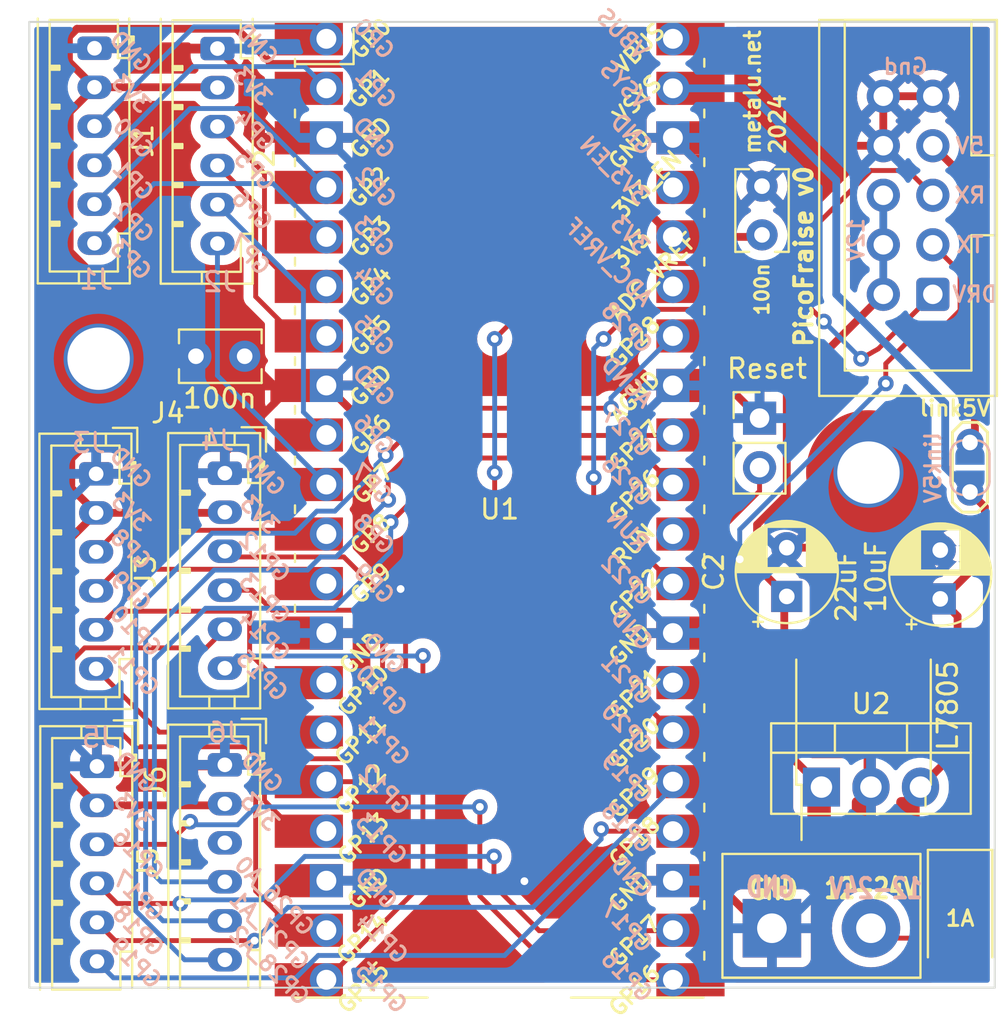
<source format=kicad_pcb>
(kicad_pcb (version 20221018) (generator pcbnew)
  (layers (0 "F.Cu" signal) (31 "B.Cu" signal) (34 "B.Paste" user) (35 "F.Paste" user) (36 "B.SilkS" user "B.Silkscreen") (37 "F.SilkS" user "F.Silkscreen") (38 "B.Mask" user) (39 "F.Mask" user) (44 "Edge.Cuts" user))
  (net 0 "")
  (net 1 "+12V")
  (net 2 "+5V")
  (net 3 "Net-(D1-A)")
  (net 4 "/DRV")
  (net 8 "/TX")
  (net 9 "/RX")
  (net 10 "Net-(J7-Pin_2)")
  (net 11 "Net-(FR1-Pin_7)")
  (net 12 "Net-(J1-Pin_3)")
  (net 13 "Net-(J1-Pin_4)")
  (net 14 "Net-(J1-Pin_5)")
  (net 15 "Net-(J1-Pin_6)")
  (net 16 "Net-(J2-Pin_3)")
  (net 17 "Net-(J2-Pin_4)")
  (net 18 "Net-(J2-Pin_5)")
  (net 19 "Net-(J2-Pin_6)")
  (net 20 "Net-(J3-Pin_3)")
  (net 21 "Net-(J3-Pin_4)")
  (net 22 "Net-(J3-Pin_5)")
  (net 23 "Net-(J3-Pin_6)")
  (net 24 "+3.3V")
  (net 25 "GND")
  (net 26 "Net-(J4-Pin_3)")
  (net 27 "Net-(J4-Pin_4)")
  (net 28 "Net-(J4-Pin_5)")
  (net 29 "Net-(J4-Pin_6)")
  (net 30 "Net-(J5-Pin_6)")
  (net 31 "Net-(J5-Pin_5)")
  (net 32 "Net-(J5-Pin_4)")
  (net 33 "Net-(J5-Pin_3)")
  (net 35 "Net-(J6-Pin_4)")
  (net 36 "Net-(J6-Pin_5)")
  (net 37 "Net-(J6-Pin_6)")
  (footprint "Connector_JST:JST_PH_B6B-PH-K_1x06_P2.00mm_Vertical" (layer "F.Cu") (at 117.644 64.85 -90)
    (fp_text reference "J1")
    (fp_text value "Conn_01x06")
  )
  (footprint "Connector_JST:JST_PH_B6B-PH-K_1x06_P2.00mm_Vertical" (layer "F.Cu") (at 117.729 86.678 -90)
    (fp_text reference "J3")
    (fp_text value "Conn_01x06" hide)
  )
  (footprint "Connector_JST:JST_PH_B6B-PH-K_1x06_P2.00mm_Vertical" (layer "F.Cu") (at 124.333 101.601 -90)
    (fp_text reference "J6")
    (fp_text value "Conn_01x06")
  )
  (footprint "Connector_JST:JST_PH_B6B-PH-K_1x06_P2.00mm_Vertical" (layer "F.Cu") (at 124.333 86.646 -90)
    (fp_text reference "J4")
    (fp_text value "Conn_01x06")
  )
  (footprint "TerminalBlock:TerminalBlock_bornier-2_P5.08mm" (layer "F.Cu") (at 152.4 109.982)
    (fp_text reference "J8" hide)
    (fp_text value "12-24V input" hide)
  )
  (footprint "Connector_JST:JST_PH_B6B-PH-K_1x06_P2.00mm_Vertical" (layer "F.Cu") (at 123.952 64.866 -90)
    (fp_text reference "J2")
    (fp_text value "Conn_01x06")
  )
  (footprint "Package_TO_SOT_SMD:TO-252-3_TabPin2" (layer "F.Cu") (at 157.099 99.314 90)
    (fp_text reference "Ubis2" hide)
    (fp_text value "L7805")
  )
  (footprint "MountingHole:MountingHole_3.2mm_M3_Pad_TopOnly" (layer "F.Cu") (at 117.856 80.772)
    (fp_text reference "H1" hide)
    (fp_text value "MountingHole" hide)
  )
  (footprint "Capacitor_THT:C_Rect_L4.0mm_W2.5mm_P2.50mm" (layer "F.Cu") (at 151.892 74.422 90)
    (fp_text reference "C1" hide)
    (fp_text value "100n")
  )
  (footprint "Capacitor_THT:CP_Radial_D5.0mm_P2.50mm" (layer "F.Cu") (at 153.162 92.964 90)
    (fp_text reference "C2")
    (fp_text value "22uF")
  )
  (footprint "Connector_PinHeader_2.54mm:PinHeader_1x02_P2.54mm_Vertical" (layer "F.Cu") (at 151.765 83.82)
    (fp_text reference "J7" hide)
    (fp_text value "Reset")
  )
  (footprint "TestPoint:TestPoint_2Pads_Pitch2.54mm_Drill0.8mm" (layer "F.Cu") (at 162.56 87.61 90)
    (fp_text reference "JP2" hide)
    (fp_text value "link5V")
  )
  (footprint "MCU_RaspberryPi_and_Boards:RPi_Pico_SMD_TH" (layer "F.Cu") (at 138.43 88.495)
    (fp_text reference "U1")
    (fp_text value "Pico")
  )
  (footprint "Diode_SMD:D_SMA" (layer "F.Cu") (at 162.052 109.474 -90)
    (fp_text reference "D1" hide)
    (fp_text value "1A")
  )
  (footprint "Capacitor_THT:C_Rect_L4.0mm_W2.5mm_P2.50mm" (layer "F.Cu") (at 122.849 80.645)
    (fp_text reference "C4" hide)
    (fp_text value "100n")
  )
  (footprint "MountingHole:MountingHole_3.2mm_M3_Pad_TopOnly" (layer "F.Cu") (at 157.353 86.614)
    (fp_text reference "H2" hide)
    (fp_text value "MountingHole" hide)
  )
  (footprint "Capacitor_THT:CP_Radial_D5.0mm_P2.50mm" (layer "F.Cu") (at 161.036 93.091 90)
    (fp_text reference "C3" hide)
    (fp_text value "10uF")
  )
  (footprint "Package_TO_SOT_THT:TO-220-3_Vertical" (layer "F.Cu") (at 154.94 102.743)
    (fp_text reference "U2")
    (fp_text value "L7805" hide)
  )
  (footprint "Connector_JST:JST_PH_B6B-PH-K_1x06_P2.00mm_Vertical" (layer "F.Cu") (at 117.771 101.68 -90)
    (fp_text reference "J5")
    (fp_text value "Conn_01x06" hide)
  )
  (footprint "Connector_IDC:IDC-Header_2x05_P2.54mm_Vertical" (layer "F.Cu") (at 160.655 77.47 180)
    (fp_text reference "FR1" hide)
    (fp_text value "Fraise_5x2" hide)
  )
  (footprint "Jumper:SolderJumper-2_P1.3mm_Open_RoundedPad1.0x1.5mm" (layer "B.Cu") (at 162.56 86.36 90)
    (fp_text reference "JP1" hide)
    (fp_text value "link5V")
  )
  (gr_line (start 163.83 113.03) (end 114.3 113.03) (stroke (width 0.1)) (layer "Edge.Cuts"))
  (gr_line (start 114.3 63.5) (end 163.83 63.5) (stroke (width 0.1)) (layer "Edge.Cuts"))
  (gr_line (start 163.83 63.5) (end 163.83 113.03) (stroke (width 0.1)) (layer "Edge.Cuts"))
  (gr_line (start 114.3 113.03) (end 114.3 63.5) (stroke (width 0.1)) (layer "Edge.Cuts"))
  (gr_text "GND" (at 119.507 65.024 -45) (layer "B.SilkS") (effects (font (size 0.8 0.8)) (justify mirror)))
  (gr_text "3V3" (at 119.507 88.646 -45) (layer "B.SilkS") (effects (font (size 0.8 0.8)) (justify mirror)))
  (gr_text "GP1" (at 119.634 71.628 -45) (layer "B.SilkS") (effects (font (size 0.8 0.8)) (justify mirror)))
  (gr_text "GP14" (at 126.365 94.996 -45) (layer "B.SilkS") (effects (font (size 0.8 0.8)) (justify mirror)))
  (gr_text "GP0" (at 119.634 69.469 -45) (layer "B.SilkS") (effects (font (size 0.8 0.8)) (justify mirror)))
  (gr_text "GP10" (at 119.761 94.742 -45) (layer "B.SilkS") (effects (font (size 0.8 0.8)) (justify mirror)))
  (gr_text "5V" (at 162.56 69.85) (layer "B.SilkS") (effects (font (size 0.8 0.8)) (justify mirror)))
  (gr_text "GP17" (at 119.888 108.331 -45) (layer "B.SilkS") (effects (font (size 0.8 0.8)) (justify mirror)))
  (gr_text "J3" (at 117.348 85.09) (layer "B.SilkS") (effects (font (size 1 1)) (justify mirror)))
  (gr_text "GP5" (at 125.857 71.12 -45) (layer "B.SilkS") (effects (font (size 0.8 0.8)) (justify mirror)))
  (gr_text "3V3" (at 126.111 104.013 -45) (layer "B.SilkS") (effects (font (size 0.8 0.8)) (justify mirror)))
  (gr_text "GP3" (at 119.507 75.692 -45) (layer "B.SilkS") (effects (font (size 0.8 0.8)) (justify mirror)))
  (gr_text "GP18" (at 119.888 110.109 -45) (layer "B.SilkS") (effects (font (size 0.8 0.8)) (justify mirror)))
  (gr_text "J2" (at 124.079 76.835) (layer "B.SilkS") (effects (font (size 1 1)) (justify mirror)))
  (gr_text "GP8" (at 119.507 90.551 -45) (layer "B.SilkS") (effects (font (size 0.8 0.8)) (justify mirror)))
  (gr_text "GP7" (at 125.603 75.438 -45) (layer "B.SilkS") (effects (font (size 0.8 0.8)) (justify mirror)))
  (gr_text "J5" (at 117.856 100.203) (layer "B.SilkS") (effects (font (size 1 1)) (justify mirror)))
  (gr_text "GP12" (at 126.365 90.932 -45) (layer "B.SilkS") (effects (font (size 0.8 0.8)) (justify mirror)))
  (gr_text "Gnd" (at 159.258 65.786) (layer "B.SilkS") (effects (font (size 0.8 0.8)) (justify mirror)))
  (gr_text "TX" (at 162.56 74.93) (layer "B.SilkS") (effects (font (size 0.8 0.8)) (justify mirror)))
  (gr_text "12V" (at 156.718 74.676 90) (layer "B.SilkS") (effects (font (size 0.8 0.8)) (justify mirror)))
  (gr_text "RX" (at 162.56 72.39) (layer "B.SilkS") (effects (font (size 0.8 0.8)) (justify mirror)))
  (gr_text "GP16" (at 119.888 106.172 -45) (layer "B.SilkS") (effects (font (size 0.8 0.8)) (justify mirror)))
  (gr_text "GP2" (at 119.634 73.787 -45) (layer "B.SilkS") (effects (font (size 0.8 0.8)) (justify mirror)))
  (gr_text "GP15" (at 126.238 97.028 -45) (layer "B.SilkS") (effects (font (size 0.8 0.8)) (justify mirror)))
  (gr_text "J1" (at 117.729 76.708) (layer "B.SilkS") (effects (font (size 1 1)) (justify mirror)))
  (gr_text "J4" (at 123.952 84.963) (layer "B.SilkS") (effects (font (size 1 1)) (justify mirror)))
  (gr_text "GP27_A1" (at 126.619 110.109 315) (layer "B.SilkS") (effects (font (size 0.8 0.8)) (justify mirror)))
  (gr_text "GP19" (at 119.761 111.76 -45) (layer "B.SilkS") (effects (font (size 0.8 0.8)) (justify mirror)))
  (gr_text "DRV" (at 162.814 77.47) (layer "B.SilkS") (effects (font (size 0.8 0.8)) (justify mirror)))
  (gr_text "3V3" (at 119.634 104.013 -45) (layer "B.SilkS") (effects (font (size 0.8 0.8)) (justify mirror)))
  (gr_text "GP13" (at 126.365 93.091 -45) (layer "B.SilkS") (effects (font (size 0.8 0.8)) (justify mirror)))
  (gr_text "GP11" (at 119.634 96.774 -45) (layer "B.SilkS") (effects (font (size 0.8 0.8)) (justify mirror)))
  (gr_text "GP28_A2" (at 126.619 111.887 315) (layer "B.SilkS") (effects (font (size 0.8 0.8)) (justify mirror)))
  (gr_text "GP9" (at 119.507 92.71 -45) (layer "B.SilkS") (effects (font (size 0.8 0.8)) (justify mirror)))
  (gr_text "GND" (at 126.365 86.741 -45) (layer "B.SilkS") (effects (font (size 0.8 0.8)) (justify mirror)))
  (gr_text "GND" (at 153.67 108.458) (layer "B.SilkS") (effects (font (size 1 0.8) (thickness 0.2) bold) (justify left bottom mirror)))
  (gr_text "3V3" (at 119.507 67.183 -45) (layer "B.SilkS") (effects (font (size 0.8 0.8)) (justify mirror)))
  (gr_text "3V3" (at 126.111 88.773 -45) (layer "B.SilkS") (effects (font (size 0.8 0.8)) (justify mirror)))
  (gr_text "GND" (at 119.507 86.36 -45) (layer "B.SilkS") (effects (font (size 0.8 0.8)) (justify mirror)))
  (gr_text "GND" (at 126.238 101.981 -45) (layer "B.SilkS") (effects (font (size 0.8 0.8)) (justify mirror)))
  (gr_text "J6" (at 124.333 99.949) (layer "B.SilkS") (effects (font (size 1 1)) (justify mirror)))
  (gr_text "12-24V" (at 157.734 107.95) (layer "B.SilkS") (effects (font (size 1 0.8) (thickness 0.2) bold) (justify mirror)))
  (gr_text "3V3" (at 125.73 66.802 -45) (layer "B.SilkS") (effects (font (size 0.8 0.8)) (justify mirror)))
  (gr_text "GND" (at 119.761 101.981 -45) (layer "B.SilkS") (effects (font (size 0.8 0.8)) (justify mirror)))
  (gr_text "GP6" (at 125.73 73.152 -45) (layer "B.SilkS") (effects (font (size 0.8 0.8)) (justify mirror)))
  (gr_text "GND" (at 125.984 64.643 -45) (layer "B.SilkS") (effects (font (size 0.8 0.8)) (justify mirror)))
  (gr_text "GP4" (at 125.857 69.088 -45) (layer "B.SilkS") (effects (font (size 0.8 0.8)) (justify mirror)))
  (gr_text "GP26_A0" (at 126.873 108.331 315) (layer "B.SilkS") (effects (font (size 0.8 0.8)) (justify mirror)))
  (gr_text "PicoFraise v0" (at 154.559 80.264 90) (layer "F.SilkS") (effects (font (size 0.9 0.9) (thickness 0.2) bold) (justify left bottom)))
  (gr_text "12-24V" (at 157.48 107.95) (layer "F.SilkS") (effects (font (size 1 0.8) (thickness 0.2) bold)))
  (gr_text "GND" (at 151.13 108.585) (layer "F.SilkS") (effects (font (size 1 0.8) (thickness 0.2) bold) (justify left bottom)))
  (gr_text "metalu.net\n2024" (at 153.162 70.358 90) (layer "F.SilkS") (effects (font (size 0.8 0.8) (thickness 0.15) bold) (justify left bottom)))
  (segment (start 158.115 77.47) (end 153.162 82.423) (width 0.4) (layer "F.Cu") (net 1))
  (segment (start 151.638 89.281) (end 151.638 91.44) (width 0.4) (layer "F.Cu") (net 1))
  (segment (start 153.162 82.423) (end 153.162 87.757) (width 0.4) (layer "F.Cu") (net 1))
  (segment (start 151.638 91.44) (end 153.162 92.964) (width 0.4) (layer "F.Cu") (net 1))
  (segment (start 153.035 93.091) (end 153.035 100.838) (width 0.4) (layer "F.Cu") (net 1))
  (segment (start 157.939 107.474) (end 155.2 104.735) (width 0.4) (layer "F.Cu") (net 1))
  (segment (start 153.162 92.964) (end 153.035 93.091) (width 0.4) (layer "F.Cu") (net 1))
  (segment (start 153.035 100.838) (end 154.94 102.743) (width 0.4) (layer "F.Cu") (net 1))
  (segment (start 153.162 87.757) (end 151.638 89.281) (width 0.4) (layer "F.Cu") (net 1))
  (segment (start 162.052 107.474) (end 157.939 107.474) (width 0.4) (layer "F.Cu") (net 1))
  (segment (start 158.115 74.93) (end 158.115 72.39) (width 0.4) (layer "B.Cu") (net 1))
  (segment (start 158.115 77.47) (end 158.115 74.93) (width 0.4) (layer "B.Cu") (net 1))
  (segment (start 161.163 93.091) (end 161.036 93.091) (width 0.4) (layer "F.Cu") (net 2))
  (segment (start 161.036 93.091) (end 161.925 93.98) (width 0.4) (layer "F.Cu") (net 2))
  (segment (start 161.925 93.98) (end 161.925 100.838) (width 0.4) (layer "F.Cu") (net 2))
  (segment (start 163.322 88.372) (end 163.322 90.932) (width 0.4) (layer "F.Cu") (net 2))
  (segment (start 163.322 90.932) (end 161.163 93.091) (width 0.4) (layer "F.Cu") (net 2))
  (segment (start 162.56 87.61) (end 163.322 88.372) (width 0.4) (layer "F.Cu") (net 2))
  (segment (start 161.925 100.838) (end 160.02 102.743) (width 0.4) (layer "F.Cu") (net 2))
  (segment (start 150.979 66.905) (end 155.702 71.628) (width 0.4) (layer "B.Cu") (net 2))
  (segment (start 161.29 86.34) (end 162.56 87.61) (width 0.4) (layer "B.Cu") (net 2))
  (segment (start 161.29 83.058) (end 161.29 86.34) (width 0.4) (layer "B.Cu") (net 2))
  (segment (start 155.702 77.47) (end 161.29 83.058) (width 0.4) (layer "B.Cu") (net 2))
  (segment (start 147.32 66.905) (end 150.979 66.905) (width 0.4) (layer "B.Cu") (net 2))
  (segment (start 155.702 71.628) (end 155.702 77.47) (width 0.4) (layer "B.Cu") (net 2))
  (segment (start 157.988 110.49) (end 161.068 110.49) (width 0.25) (layer "F.Cu") (net 3))
  (segment (start 157.48 109.982) (end 157.988 110.49) (width 0.25) (layer "F.Cu") (net 3))
  (segment (start 161.068 110.49) (end 162.052 111.474) (width 0.25) (layer "F.Cu") (net 3))
  (segment (start 147.32 92.305) (end 143.256 88.241) (width 0.25) (layer "F.Cu") (net 4))
  (segment (start 157.861 80.264) (end 160.655 77.47) (width 0.25) (layer "F.Cu") (net 4))
  (segment (start 154.44 78.24) (end 145.28 78.24) (width 0.25) (layer "F.Cu") (net 4))
  (segment (start 143.256 88.241) (end 143.256 86.868) (width 0.25) (layer "F.Cu") (net 4))
  (segment (start 155.067 78.867) (end 154.44 78.24) (width 0.25) (layer "F.Cu") (net 4))
  (segment (start 156.972 80.772) (end 157.861 80.264) (width 0.25) (layer "F.Cu") (net 4))
  (segment (start 145.28 78.24) (end 143.764 79.756) (width 0.25) (layer "F.Cu") (net 4))
  (via (at 143.764 79.756) (size 0.8) (drill 0.4) (layers "F.Cu" "B.Cu") (net 4))
  (via (at 143.256 86.868) (size 0.8) (drill 0.4) (layers "F.Cu" "B.Cu") (net 4))
  (via (at 155.067 78.867) (size 0.8) (drill 0.4) (layers "F.Cu" "B.Cu") (net 4))
  (via (at 156.972 80.772) (size 0.8) (drill 0.4) (layers "F.Cu" "B.Cu") (net 4))
  (segment (start 143.256 80.264) (end 143.764 79.756) (width 0.25) (layer "B.Cu") (net 4))
  (segment (start 155.067 78.867) (end 156.972 80.772) (width 0.25) (layer "B.Cu") (net 4))
  (segment (start 143.256 86.868) (end 143.256 80.264) (width 0.25) (layer "B.Cu") (net 4))
  (segment (start 150.876 91.186) (end 150.876 95.439) (width 0.25) (layer "F.Cu") (net 8))
  (segment (start 150.749 91.059) (end 150.876 91.186) (width 0.25) (layer "F.Cu") (net 8))
  (segment (start 162.052 78.28955) (end 162.052 76.327) (width 0.25) (layer "F.Cu") (net 8))
  (segment (start 162.052 76.327) (end 160.655 74.93) (width 0.25) (layer "F.Cu") (net 8))
  (segment (start 158.242 81.026) (end 160.274 78.994) (width 0.25) (layer "F.Cu") (net 8))
  (segment (start 150.876 95.439) (end 148.93 97.385) (width 0.25) (layer "F.Cu") (net 8))
  (segment (start 161.34755 78.994) (end 162.052 78.28955) (width 0.25) (layer "F.Cu") (net 8))
  (segment (start 148.93 97.385) (end 147.32 97.385) (width 0.25) (layer "F.Cu") (net 8))
  (segment (start 158.242 82.042) (end 158.242 81.026) (width 0.25) (layer "F.Cu") (net 8))
  (segment (start 160.274 78.994) (end 161.34755 78.994) (width 0.25) (layer "F.Cu") (net 8))
  (via (at 150.749 91.059) (size 0.8) (drill 0.4) (layers "F.Cu" "B.Cu") (net 8))
  (via (at 158.242 82.042) (size 0.8) (drill 0.4) (layers "F.Cu" "B.Cu") (net 8))
  (segment (start 150.749 91.059) (end 150.749 89.535) (width 0.25) (layer "B.Cu") (net 8))
  (segment (start 150.749 89.535) (end 158.242 82.042) (width 0.25) (layer "B.Cu") (net 8))
  (segment (start 147.32 99.925) (end 138.176 90.781) (width 0.25) (layer "F.Cu") (net 9))
  (segment (start 142.042 75.89) (end 152.71 75.89) (width 0.25) (layer "F.Cu") (net 9))
  (segment (start 159.385 71.12) (end 160.655 72.39) (width 0.25) (layer "F.Cu") (net 9))
  (segment (start 152.71 75.89) (end 157.48 71.12) (width 0.25) (layer "F.Cu") (net 9))
  (segment (start 138.176 90.781) (end 138.176 86.614) (width 0.25) (layer "F.Cu") (net 9))
  (segment (start 157.48 71.12) (end 159.385 71.12) (width 0.25) (layer "F.Cu") (net 9))
  (segment (start 138.176 79.756) (end 142.042 75.89) (width 0.25) (layer "F.Cu") (net 9))
  (via (at 138.176 86.614) (size 0.8) (drill 0.4) (layers "F.Cu" "B.Cu") (net 9))
  (via (at 138.176 79.756) (size 0.8) (drill 0.4) (layers "F.Cu" "B.Cu") (net 9))
  (segment (start 138.176 86.614) (end 138.176 79.756) (width 0.25) (layer "B.Cu") (net 9))
  (segment (start 151.765 87.562081) (end 149.562081 89.765) (width 0.25) (layer "F.Cu") (net 10))
  (segment (start 151.765 86.36) (end 151.765 87.562081) (width 0.25) (layer "F.Cu") (net 10))
  (segment (start 149.562081 89.765) (end 147.32 89.765) (width 0.25) (layer "F.Cu") (net 10))
  (segment (start 160.655 69.85) (end 162.814 72.009) (width 0.4) (layer "F.Cu") (net 11))
  (segment (start 162.814 72.009) (end 162.814 84.816) (width 0.4) (layer "F.Cu") (net 11))
  (segment (start 162.814 84.816) (end 162.56 85.07) (width 0.4) (layer "F.Cu") (net 11))
  (segment (start 128.929 63.754) (end 129.54 64.365) (width 0.25) (layer "B.Cu") (net 12))
  (segment (start 122.74 63.754) (end 128.929 63.754) (width 0.25) (layer "B.Cu") (net 12))
  (segment (start 117.644 68.85) (end 122.74 63.754) (width 0.25) (layer "B.Cu") (net 12))
  (segment (start 117.644 70.85) (end 122.703 65.791) (width 0.25) (layer "B.Cu") (net 13))
  (segment (start 128.426 65.791) (end 129.54 66.905) (width 0.25) (layer "B.Cu") (net 13))
  (segment (start 122.703 65.791) (end 128.426 65.791) (width 0.25) (layer "B.Cu") (net 13))
  (segment (start 122.553 67.941) (end 125.496 67.941) (width 0.25) (layer "B.Cu") (net 14))
  (segment (start 117.644 72.85) (end 122.553 67.941) (width 0.25) (layer "B.Cu") (net 14))
  (segment (start 125.496 67.941) (end 129.54 71.985) (width 0.25) (layer "B.Cu") (net 14))
  (segment (start 120.703 71.791) (end 126.806 71.791) (width 0.25) (layer "B.Cu") (net 15))
  (segment (start 117.644 74.85) (end 120.703 71.791) (width 0.25) (layer "B.Cu") (net 15))
  (segment (start 126.806 71.791) (end 129.54 74.525) (width 0.25) (layer "B.Cu") (net 15))
  (segment (start 126.365 71.279) (end 126.365 75.5) (width 0.25) (layer "F.Cu") (net 16))
  (segment (start 126.365 75.5) (end 127.93 77.065) (width 0.25) (layer "F.Cu") (net 16))
  (segment (start 123.952 68.866) (end 126.365 71.279) (width 0.25) (layer "F.Cu") (net 16))
  (segment (start 127.93 77.065) (end 129.54 77.065) (width 0.25) (layer "F.Cu") (net 16))
  (segment (start 127.93 79.605) (end 129.54 79.605) (width 0.25) (layer "F.Cu") (net 17))
  (segment (start 125.915 77.59) (end 127.93 79.605) (width 0.25) (layer "F.Cu") (net 17))
  (segment (start 125.915 72.829) (end 125.915 77.59) (width 0.25) (layer "F.Cu") (net 17))
  (segment (start 123.952 70.866) (end 125.915 72.829) (width 0.25) (layer "F.Cu") (net 17))
  (segment (start 128.365 83.51) (end 129.54 84.685) (width 0.25) (layer "B.Cu") (net 18))
  (segment (start 123.952 72.866) (end 128.365 77.279) (width 0.25) (layer "B.Cu") (net 18))
  (segment (start 128.365 77.279) (end 128.365 83.51) (width 0.25) (layer "B.Cu") (net 18))
  (segment (start 123.952 81.637) (end 129.54 87.225) (width 0.25) (layer "B.Cu") (net 19))
  (segment (start 123.952 74.866) (end 123.952 81.637) (width 0.25) (layer "B.Cu") (net 19))
  (segment (start 118.836 89.571) (end 129.346 89.571) (width 0.25) (layer "F.Cu") (net 20))
  (segment (start 129.346 89.571) (end 129.54 89.765) (width 0.25) (layer "F.Cu") (net 20))
  (segment (start 117.729 90.678) (end 118.836 89.571) (width 0.25) (layer "F.Cu") (net 20))
  (segment (start 127.23 89.765) (end 129.54 89.765) (width 0.25) (layer "F.Cu") (net 20))
  (segment (start 118.836 91.571) (end 128.806 91.571) (width 0.25) (layer "F.Cu") (net 21))
  (segment (start 128.806 91.571) (end 129.54 92.305) (width 0.25) (layer "F.Cu") (net 21))
  (segment (start 127.865 92.305) (end 129.54 92.305) (width 0.25) (layer "F.Cu") (net 21))
  (segment (start 117.729 92.678) (end 118.836 91.571) (width 0.25) (layer "F.Cu") (net 21))
  (segment (start 118.686 93.721) (end 125.603 93.721) (width 0.25) (layer "F.Cu") (net 22))
  (segment (start 127.103 97.385) (end 129.54 97.385) (width 0.25) (layer "F.Cu") (net 22))
  (segment (start 117.729 94.678) (end 118.686 93.721) (width 0.25) (layer "F.Cu") (net 22))
  (segment (start 125.603 95.885) (end 127.103 97.385) (width 0.25) (layer "F.Cu") (net 22))
  (segment (start 125.603 93.721) (end 125.603 95.885) (width 0.25) (layer "F.Cu") (net 22))
  (segment (start 120.976 99.925) (end 129.54 99.925) (width 0.25) (layer "F.Cu") (net 23))
  (segment (start 117.729 96.678) (end 120.976 99.925) (width 0.25) (layer "F.Cu") (net 23))
  (segment (start 121.456 79.280831) (end 118.375169 76.2) (width 0.4) (layer "F.Cu") (net 24))
  (segment (start 126.64 65.655) (end 126.64 65.553) (width 0.4) (layer "F.Cu") (net 24))
  (segment (start 116.454 85.901) (end 117.983 84.372) (width 0.4) (layer "F.Cu") (net 24))
  (segment (start 126.64 65.553) (end 124.937 63.85) (width 0.4) (layer "F.Cu") (net 24))
  (segment (start 121.456 80.645) (end 122.849 80.645) (width 0.4) (layer "F.Cu") (net 24))
  (segment (start 115.57 101.479) (end 115.57 90.837) (width 0.4) (layer "F.Cu") (net 24))
  (segment (start 117.771 103.68) (end 124.254 103.68) (width 0.4) (layer "F.Cu") (net 24))
  (segment (start 117.729 88.678) (end 124.301 88.678) (width 0.4) (layer "F.Cu") (net 24))
  (segment (start 121.456 80.645) (end 121.456 79.280831) (width 0.4) (layer "F.Cu") (net 24))
  (segment (start 117.983 84.372) (end 119.463 84.372) (width 0.4) (layer "F.Cu") (net 24))
  (segment (start 116.369 68.125) (end 117.644 66.85) (width 0.4) (layer "F.Cu") (net 24))
  (segment (start 134.073 69.088) (end 130.64 65.655) (width 0.4) (layer "F.Cu") (net 24))
  (segment (start 116.454 87.403) (end 116.454 85.901) (width 0.4) (layer "F.Cu") (net 24))
  (segment (start 124.254 103.68) (end 124.333 103.601) (width 0.4) (layer "F.Cu") (net 24))
  (segment (start 117.729 88.678) (end 116.454 87.403) (width 0.4) (layer "F.Cu") (net 24))
  (segment (start 117.304786 76.2) (end 116.369 75.264214) (width 0.4) (layer "F.Cu") (net 24))
  (segment (start 151.892 74.422) (end 151.789 74.525) (width 0.4) (layer "F.Cu") (net 24))
  (segment (start 119.463 84.372) (end 121.456 82.379) (width 0.4) (layer "F.Cu") (net 24))
  (segment (start 117.771 103.68) (end 115.57 101.479) (width 0.4) (layer "F.Cu") (net 24))
  (segment (start 116.742834 63.85) (end 116.332 64.260834) (width 0.4) (layer "F.Cu") (net 24))
  (segment (start 121.456 82.379) (end 121.456 80.645) (width 0.4) (layer "F.Cu") (net 24))
  (segment (start 116.332 65.538) (end 117.644 66.85) (width 0.4) (layer "F.Cu") (net 24))
  (segment (start 116.332 64.260834) (end 116.332 65.538) (width 0.4) (layer "F.Cu") (net 24))
  (segment (start 117.644 66.85) (end 123.936 66.85) (width 0.4) (layer "F.Cu") (net 24))
  (segment (start 147.32 74.525) (end 141.883 69.088) (width 0.4) (layer "F.Cu") (net 24))
  (segment (start 118.375169 76.2) (end 117.304786 76.2) (width 0.4) (layer "F.Cu") (net 24))
  (segment (start 130.64 65.655) (end 126.64 65.655) (width 0.4) (layer "F.Cu") (net 24))
  (segment (start 124.301 88.678) (end 124.333 88.646) (width 0.4) (layer "F.Cu") (net 24))
  (segment (start 141.883 69.088) (end 134.073 69.088) (width 0.4) (layer "F.Cu") (net 24))
  (segment (start 116.369 75.264214) (end 116.369 68.125) (width 0.4) (layer "F.Cu") (net 24))
  (segment (start 151.789 74.525) (end 147.32 74.525) (width 0.4) (layer "F.Cu") (net 24))
  (segment (start 115.57 90.837) (end 117.729 88.678) (width 0.4) (layer "F.Cu") (net 24))
  (segment (start 123.936 66.85) (end 123.952 66.866) (width 0.4) (layer "F.Cu") (net 24))
  (segment (start 124.937 63.85) (end 116.742834 63.85) (width 0.4) (layer "F.Cu") (net 24))
  (segment (start 124.333 85.592) (end 126.87 83.055) (width 0.4) (layer "F.Cu") (net 25))
  (segment (start 117.644 64.85) (end 123.936 64.85) (width 0.4) (layer "F.Cu") (net 25))
  (segment (start 117.729 86.678) (end 124.301 86.678) (width 0.4) (layer "F.Cu") (net 25))
  (segment (start 126.87 83.055) (end 126.87 82.166) (width 0.4) (layer "F.Cu") (net 25))
  (segment (start 158.115 69.85) (end 153.964 69.85) (width 0.4) (layer "F.Cu") (net 25))
  (segment (start 147.32 82.145) (end 134.874 82.145) (width 0.4) (layer "F.Cu") (net 25))
  (segment (start 153.964 69.85) (end 151.892 71.922) (width 0.4) (layer "F.Cu") (net 25))
  (segment (start 126.87 83.055) (end 127.78 82.145) (width 0.4) (layer "F.Cu") (net 25))
  (segment (start 125.227 66.141) (end 125.227 67.569) (width 0.4) (layer "F.Cu") (net 25))
  (segment (start 129.54 82.145) (end 128.929 81.534) (width 0.4) (layer "F.Cu") (net 25))
  (segment (start 124.254 101.68) (end 124.333 101.601) (width 0.4) (layer "F.Cu") (net 25))
  (segment (start 151.892 71.922) (end 150.475 70.505) (width 0.4) (layer "F.Cu") (net 25))
  (segment (start 139.7 107.569) (end 139.724 107.545) (width 0.4) (layer "F.Cu") (net 25))
  (segment (start 157.48 102.743) (end 157.48 98.435) (width 0.4) (layer "F.Cu") (net 25))
  (segment (start 160.234 90.591) (end 157.48 93.345) (width 0.4) (layer "F.Cu") (net 25))
  (segment (start 153.162 90.464) (end 154.599 90.464) (width 0.4) (layer "F.Cu") (net 25))
  (segment (start 127.78 82.145) (end 129.54 82.145) (width 0.4) (layer "F.Cu") (net 25))
  (segment (start 139.724 107.545) (end 147.32 107.545) (width 0.4) (layer "F.Cu") (net 25))
  (segment (start 151.765 83.82) (end 150.09 82.145) (width 0.4) (layer "F.Cu") (net 25))
  (segment (start 124.333 86.646) (end 124.333 85.592) (width 0.4) (layer "F.Cu") (net 25))
  (segment (start 150.475 70.505) (end 148.38 70.505) (width 0.4) (layer "F.Cu") (net 25))
  (segment (start 133.35 92.583) (end 131.318 90.551) (width 0.4) (layer "F.Cu") (net 25))
  (segment (start 151.892 109.982) (end 152.4 109.982) (width 0.4) (layer "F.Cu") (net 25))
  (segment (start 131.318 83.923) (end 129.54 82.145) (width 0.4) (layer "F.Cu") (net 25))
  (segment (start 131.318 90.551) (end 131.318 83.923) (width 0.4) (layer "F.Cu") (net 25))
  (segment (start 147.32 107.545) (end 149.455 107.545) (width 0.4) (layer "F.Cu") (net 25))
  (segment (start 154.599 90.464) (end 157.48 93.345) (width 0.4) (layer "F.Cu") (net 25))
  (segment (start 149.455 107.545) (end 151.892 109.982) (width 0.4) (layer "F.Cu") (net 25))
  (segment (start 117.771 101.68) (end 124.254 101.68) (width 0.4) (layer "F.Cu") (net 25))
  (segment (start 125.227 67.569) (end 127.103 69.445) (width 0.4) (layer "F.Cu") (net 25))
  (segment (start 123.952 64.866) (end 125.227 66.141) (width 0.4) (layer "F.Cu") (net 25))
  (segment (start 124.301 86.678) (end 124.333 86.646) (width 0.4) (layer "F.Cu") (net 25))
  (segment (start 161.036 90.591) (end 160.234 90.591) (width 0.4) (layer "F.Cu") (net 25))
  (segment (start 126.87 82.166) (end 125.349 80.645) (width 0.4) (layer "F.Cu") (net 25))
  (segment (start 148.38 70.505) (end 147.32 69.445) (width 0.4) (layer "F.Cu") (net 25))
  (segment (start 157.48 93.345) (end 157.48 98.435) (width 0.4) (layer "F.Cu") (net 25))
  (segment (start 123.936 64.85) (end 123.952 64.866) (width 0.4) (layer "F.Cu") (net 25))
  (segment (start 160.655 67.31) (end 158.115 67.31) (width 0.4) (layer "F.Cu") (net 25))
  (segment (start 158.115 67.31) (end 158.115 69.85) (width 0.4) (layer "F.Cu") (net 25))
  (segment (start 134.874 82.145) (end 129.54 82.145) (width 0.4) (layer "F.Cu") (net 25))
  (segment (start 150.09 82.145) (end 147.32 82.145) (width 0.4) (layer "F.Cu") (net 25))
  (segment (start 127.103 69.445) (end 129.54 69.445) (width 0.4) (layer "F.Cu") (net 25))
  (via (at 133.35 92.583) (size 0.8) (drill 0.4) (layers "F.Cu" "B.Cu") (net 25))
  (via (at 139.7 107.569) (size 0.8) (drill 0.4) (layers "F.Cu" "B.Cu") (net 25))
  (segment (start 131.064 80.621) (end 129.54 82.145) (width 0.4) (layer "B.Cu") (net 25))
  (segment (start 148.614 94.845) (end 152.995 90.464) (width 0.4) (layer "B.Cu") (net 25))
  (segment (start 129.54 107.545) (end 139.676 107.545) (width 0.4) (layer "B.Cu") (net 25))
  (segment (start 145.034 92.559) (end 147.32 94.845) (width 0.4) (layer "B.Cu") (net 25))
  (segment (start 116.454 87.953) (end 117.729 86.678) (width 0.4) (layer "B.Cu") (net 25))
  (segment (start 116.454 100.363) (end 116.454 87.953) (width 0.4) (layer "B.Cu") (net 25))
  (segment (start 147.32 69.445) (end 150.368 72.493) (width 0.4) (layer "B.Cu") (net 25))
  (segment (start 145.034 84.431) (end 145.034 92.559) (width 0.4) (layer "B.Cu") (net 25))
  (segment (start 133.35 92.71) (end 131.215 94.845) (width 0.4) (layer "B.Cu") (net 25))
  (segment (start 147.32 82.145) (end 145.034 84.431) (width 0.4) (layer "B.Cu") (net 25))
  (segment (start 147.32 94.845) (end 148.614 94.845) (width 0.4) (layer "B.Cu") (net 25))
  (segment (start 150.368 72.493) (end 150.368 79.097) (width 0.4) (layer "B.Cu") (net 25))
  (segment (start 117.771 101.68) (end 116.454 100.363) (width 0.4) (layer "B.Cu") (net 25))
  (segment (start 133.35 92.583) (end 133.35 92.71) (width 0.4) (layer "B.Cu") (net 25))
  (segment (start 157.48 105.41) (end 157.48 102.743) (width 0.4) (layer "B.Cu") (net 25))
  (segment (start 129.54 107.545) (end 129.135 107.95) (width 0.4) (layer "B.Cu") (net 25))
  (segment (start 131.215 94.845) (end 129.54 94.845) (width 0.4) (layer "B.Cu") (net 25))
  (segment (start 131.064 70.969) (end 131.064 80.621) (width 0.4) (layer "B.Cu") (net 25))
  (segment (start 129.54 69.445) (end 131.064 70.969) (width 0.4) (layer "B.Cu") (net 25))
  (segment (start 152.995 90.464) (end 153.162 90.464) (width 0.4) (layer "B.Cu") (net 25))
  (segment (start 150.368 79.097) (end 147.32 82.145) (width 0.4) (layer "B.Cu") (net 25))
  (segment (start 139.676 107.545) (end 139.7 107.569) (width 0.4) (layer "B.Cu") (net 25))
  (segment (start 152.4 109.982) (end 152.908 109.982) (width 0.4) (layer "B.Cu") (net 25))
  (segment (start 152.908 109.982) (end 157.48 105.41) (width 0.4) (layer "B.Cu") (net 25))
  (segment (start 129.54 102.465) (end 131.088 102.465) (width 0.25) (layer "F.Cu") (net 26))
  (segment (start 124.627 90.94) (end 124.333 90.646) (width 0.25) (layer "F.Cu") (net 26))
  (segment (start 133.604 94.107) (end 130.437 90.94) (width 0.25) (layer "F.Cu") (net 26))
  (segment (start 133.604 99.949) (end 133.604 94.107) (width 0.25) (layer "F.Cu") (net 26))
  (segment (start 130.437 90.94) (end 124.627 90.94) (width 0.25) (layer "F.Cu") (net 26))
  (segment (start 131.088 102.465) (end 133.604 99.949) (width 0.25) (layer "F.Cu") (net 26))
  (segment (start 127.93 105.005) (end 129.54 105.005) (width 0.25) (layer "F.Cu") (net 27))
  (segment (start 125.731 92.646) (end 126.755 93.67) (width 0.25) (layer "F.Cu") (net 27))
  (segment (start 130.525 101.29) (end 126.565 101.29) (width 0.25) (layer "F.Cu") (net 27))
  (segment (start 126.365 101.49) (end 126.365 103.44) (width 0.25) (layer "F.Cu") (net 27))
  (segment (start 132.424 94.324) (end 132.424 99.391) (width 0.25) (layer "F.Cu") (net 27))
  (segment (start 126.755 93.67) (end 131.77 93.67) (width 0.25) (layer "F.Cu") (net 27))
  (segment (start 126.565 101.29) (end 126.365 101.49) (width 0.25) (layer "F.Cu") (net 27))
  (segment (start 126.365 103.44) (end 127.93 105.005) (width 0.25) (layer "F.Cu") (net 27))
  (segment (start 131.77 93.67) (end 132.424 94.324) (width 0.25) (layer "F.Cu") (net 27))
  (segment (start 124.333 92.646) (end 125.731 92.646) (width 0.25) (layer "F.Cu") (net 27))
  (segment (start 132.424 99.391) (end 130.525 101.29) (width 0.25) (layer "F.Cu") (net 27))
  (segment (start 125.915 108.07) (end 127.93 110.085) (width 0.25) (layer "F.Cu") (net 28))
  (segment (start 125.915 101.15) (end 125.915 108.07) (width 0.25) (layer "F.Cu") (net 28))
  (segment (start 127.93 110.085) (end 129.54 110.085) (width 0.25) (layer "F.Cu") (net 28))
  (segment (start 123.376 95.603) (end 117.139 95.603) (width 0.25) (layer "F.Cu") (net 28))
  (segment (start 116.529 96.213) (end 116.529 97.479) (width 0.25) (layer "F.Cu") (net 28))
  (segment (start 124.333 94.646) (end 123.376 95.603) (width 0.25) (layer "F.Cu") (net 28))
  (segment (start 125.441 100.676) (end 125.915 101.15) (width 0.25) (layer "F.Cu") (net 28))
  (segment (start 119.726 100.676) (end 125.441 100.676) (width 0.25) (layer "F.Cu") (net 28))
  (segment (start 116.529 97.479) (end 119.726 100.676) (width 0.25) (layer "F.Cu") (net 28))
  (segment (start 117.139 95.603) (end 116.529 96.213) (width 0.25) (layer "F.Cu") (net 28))
  (segment (start 134.493 107.672) (end 134.493 96.012) (width 0.25) (layer "F.Cu") (net 29))
  (segment (start 129.54 112.625) (end 134.493 107.672) (width 0.25) (layer "F.Cu") (net 29))
  (via (at 134.493 96.012) (size 0.8) (drill 0.4) (layers "F.Cu" "B.Cu") (net 29))
  (segment (start 124.959 96.02) (end 124.333 96.646) (width 0.25) (layer "B.Cu") (net 29))
  (segment (start 134.493 96.012) (end 134.485 96.02) (width 0.25) (layer "B.Cu") (net 29))
  (segment (start 134.485 96.02) (end 124.959 96.02) (width 0.25) (layer "B.Cu") (net 29))
  (segment (start 129.124299 111.379) (end 138.684 111.379) (width 0.25) (layer "B.Cu") (net 30))
  (segment (start 118.617 112.526) (end 127.977299 112.526) (width 0.25) (layer "B.Cu") (net 30))
  (segment (start 127.977299 112.526) (end 129.124299 111.379) (width 0.25) (layer "B.Cu") (net 30))
  (segment (start 138.684 111.379) (end 147.32 102.743) (width 0.25) (layer "B.Cu") (net 30))
  (segment (start 117.771 111.68) (end 118.617 112.526) (width 0.25) (layer "B.Cu") (net 30))
  (segment (start 147.32 102.743) (end 147.32 102.465) (width 0.25) (layer "B.Cu") (net 30))
  (segment (start 143.637 104.902) (end 143.74 105.005) (width 0.25) (layer "F.Cu") (net 31))
  (segment (start 143.74 105.005) (end 147.32 105.005) (width 0.25) (layer "F.Cu") (net 31))
  (segment (start 118.708 110.617) (end 125.857 110.617) (width 0.25) (layer "F.Cu") (net 31))
  (segment (start 117.771 109.68) (end 118.708 110.617) (width 0.25) (layer "F.Cu") (net 31))
  (via (at 125.857 110.617) (size 0.8) (drill 0.4) (layers "F.Cu" "B.Cu") (net 31))
  (via (at 143.637 104.902) (size 0.8) (drill 0.4) (layers "F.Cu" "B.Cu") (net 31))
  (segment (start 140.137 108.91) (end 143.637 105.41) (width 0.25) (layer "B.Cu") (net 31))
  (segment (start 143.637 105.41) (end 143.637 104.902) (width 0.25) (layer "B.Cu") (net 31))
  (segment (start 125.857 110.617) (end 127.564 108.91) (width 0.25) (layer "B.Cu") (net 31))
  (segment (start 127.564 108.91) (end 140.137 108.91) (width 0.25) (layer "B.Cu") (net 31))
  (segment (start 138.139 106.299) (end 138.139 107.786) (width 0.25) (layer "F.Cu") (net 32))
  (segment (start 118.803 108.712) (end 122.047 108.712) (width 0.25) (layer "F.Cu") (net 32))
  (segment (start 147.296 110.109) (end 147.32 110.085) (width 0.25) (layer "F.Cu") (net 32))
  (segment (start 140.462 110.109) (end 147.296 110.109) (width 0.25) (layer "F.Cu") (net 32))
  (segment (start 138.139 107.786) (end 140.462 110.109) (width 0.25) (layer "F.Cu") (net 32))
  (segment (start 117.771 107.68) (end 118.803 108.712) (width 0.25) (layer "F.Cu") (net 32))
  (via (at 122.047 108.712) (size 0.8) (drill 0.4) (layers "F.Cu" "B.Cu") (net 32))
  (via (at 138.139 106.299) (size 0.8) (drill 0.4) (layers "F.Cu" "B.Cu") (net 32))
  (segment (start 126.209 108.526) (end 122.233 108.526) (width 0.25) (layer "B.Cu") (net 32))
  (segment (start 122.233 108.526) (end 122.047 108.712) (width 0.25) (layer "B.Cu") (net 32))
  (segment (start 128.436 106.299) (end 126.209 108.526) (width 0.25) (layer "B.Cu") (net 32))
  (segment (start 138.139 106.299) (end 128.436 106.299) (width 0.25) (layer "B.Cu") (net 32))
  (segment (start 122.555 104.521) (end 121.396 105.68) (width 0.25) (layer "F.Cu") (net 33))
  (segment (start 137.414 108.331) (end 141.708 112.625) (width 0.25) (layer "F.Cu") (net 33))
  (segment (start 121.396 105.68) (end 117.771 105.68) (width 0.25) (layer "F.Cu") (net 33))
  (segment (start 137.414 103.759) (end 137.414 108.331) (width 0.25) (layer "F.Cu") (net 33))
  (segment (start 141.708 112.625) (end 147.32 112.625) (width 0.25) (layer "F.Cu") (net 33))
  (via (at 122.555 104.521) (size 0.8) (drill 0.4) (layers "F.Cu" "B.Cu") (net 33))
  (via (at 137.414 103.759) (size 0.8) (drill 0.4) (layers "F.Cu" "B.Cu") (net 33))
  (segment (start 122.71 104.676) (end 122.555 104.521) (width 0.25) (layer "B.Cu") (net 33))
  (segment (start 125.908148 103.759) (end 124.991148 104.676) (width 0.25) (layer "B.Cu") (net 33))
  (segment (start 124.991148 104.676) (end 122.71 104.676) (width 0.25) (layer "B.Cu") (net 33))
  (segment (start 137.414 103.759) (end 125.908148 103.759) (width 0.25) (layer "B.Cu") (net 33))
  (segment (start 132.842 89.154) (end 136.130985 85.865015) (width 0.25) (layer "F.Cu") (net 35))
  (segment (start 136.130985 85.865015) (end 145.960015 85.865015) (width 0.25) (layer "F.Cu") (net 35))
  (segment (start 145.960015 85.865015) (end 147.32 87.225) (width 0.25) (layer "F.Cu") (net 35))
  (via (at 132.842 89.154) (size 0.8) (drill 0.4) (layers "F.Cu" "B.Cu") (net 35))
  (segment (start 120.719 107.257) (end 121.063 107.601) (width 0.25) (layer "B.Cu") (net 35))
  (segment (start 120.719 96.197) (end 120.719 107.257) (width 0.25) (layer "B.Cu") (net 35))
  (segment (start 132.842 90.664701) (end 129.935701 93.571) (width 0.25) (layer "B.Cu") (net 35))
  (segment (start 123.345 93.571) (end 120.719 96.197) (width 0.25) (layer "B.Cu") (net 35))
  (segment (start 121.063 107.601) (end 124.333 107.601) (width 0.25) (layer "B.Cu") (net 35))
  (segment (start 132.842 89.154) (end 132.842 90.664701) (width 0.25) (layer "B.Cu") (net 35))
  (segment (start 129.935701 93.571) (end 123.345 93.571) (width 0.25) (layer "B.Cu") (net 35))
  (segment (start 134.775694 84.709) (end 147.296 84.709) (width 0.25) (layer "F.Cu") (net 36))
  (segment (start 132.715 88.011) (end 132.715 86.769694) (width 0.25) (layer "F.Cu") (net 36))
  (segment (start 132.715 86.769694) (end 134.775694 84.709) (width 0.25) (layer "F.Cu") (net 36))
  (segment (start 147.296 84.709) (end 147.32 84.685) (width 0.25) (layer "F.Cu") (net 36))
  (via (at 132.715 88.011) (size 0.8) (drill 0.4) (layers "F.Cu" "B.Cu") (net 36))
  (segment (start 129.243299 90.94) (end 128.57015 91.613149) (width 0.25) (layer "B.Cu") (net 36))
  (segment (start 121.158 109.601) (end 124.333 109.601) (width 0.25) (layer "B.Cu") (net 36))
  (segment (start 120.269 95.126852) (end 120.269 108.712) (width 0.25) (layer "B.Cu") (net 36))
  (segment (start 131.393 89.333) (end 131.393 89.587) (width 0.25) (layer "B.Cu") (net 36))
  (segment (start 123.782703 91.613149) (end 120.269 95.126852) (width 0.25) (layer "B.Cu") (net 36))
  (segment (start 120.269 108.712) (end 121.158 109.601) (width 0.25) (layer "B.Cu") (net 36))
  (segment (start 132.715 88.011) (end 131.393 89.333) (width 0.25) (layer "B.Cu") (net 36))
  (segment (start 131.393 89.587) (end 130.04 90.94) (width 0.25) (layer "B.Cu") (net 36))
  (segment (start 130.04 90.94) (end 129.243299 90.94) (width 0.25) (layer "B.Cu") (net 36))
  (segment (start 128.57015 91.613149) (end 123.782703 91.613149) (width 0.25) (layer "B.Cu") (net 36))
  (segment (start 146.145 80.78) (end 147.32 79.605) (width 0.25) (layer "F.Cu") (net 37))
  (segment (start 135.001 83.312) (end 144.145 83.312) (width 0.25) (layer "F.Cu") (net 37))
  (segment (start 132.588 85.725) (end 135.001 83.312) (width 0.25) (layer "F.Cu") (net 37))
  (via (at 144.145 83.312) (size 0.8) (drill 0.4) (layers "F.Cu" "B.Cu") (net 37))
  (via (at 132.588 85.725) (size 0.8) (drill 0.4) (layers "F.Cu" "B.Cu") (net 37))
  (segment (start 129.053299 88.59) (end 129.977 88.59) (width 0.25) (layer "B.Cu") (net 37))
  (segment (start 127.922299 89.721) (end 129.053299 88.59) (width 0.25) (layer "B.Cu") (net 37))
  (segment (start 132.08 86.233) (end 132.588 85.725) (width 0.25) (layer "B.Cu") (net 37))
  (segment (start 123.674852 89.721) (end 127.922299 89.721) (width 0.25) (layer "B.Cu") (net 37))
  (segment (start 144.145 82.78) (end 147.32 79.605) (width 0.25) (layer "B.Cu") (net 37))
  (segment (start 122.269 111.601) (end 119.761 109.093) (width 0.25) (layer "B.Cu") (net 37))
  (segment (start 119.761 109.093) (end 119.761 93.634852) (width 0.25) (layer "B.Cu") (net 37))
  (segment (start 119.761 93.634852) (end 123.674852 89.721) (width 0.25) (layer "B.Cu") (net 37))
  (segment (start 124.333 111.601) (end 122.269 111.601) (width 0.25) (layer "B.Cu") (net 37))
  (segment (start 144.145 83.312) (end 144.145 82.78) (width 0.25) (layer "B.Cu") (net 37))
  (segment (start 132.08 86.487) (end 132.08 86.233) (width 0.25) (layer "B.Cu") (net 37))
  (segment (start 129.977 88.59) (end 132.08 86.487) (width 0.25) (layer "B.Cu") (net 37))
  (zone (net 25) (net_name "GND") (layers "F&B.Cu") (connect_pads (clearance 0.5)) (min_thickness 0.25) (fill yes (thermal_gap 0.5) (thermal_bridge_width 0.5))
    (polygon (pts (xy 114.554 63.754) (xy 163.576 63.754) (xy 163.576 112.776) (xy 114.554 112.776)))
  )
)
</source>
